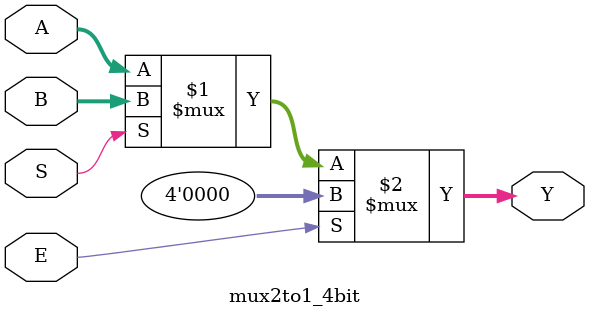
<source format=v>
`timescale 1ns / 1ps

module mux2to1_4bit (
   input [3:0] A, B, 
   input S,
   input E, 
   output [3:0] Y 
   );
	
   assign Y = (E) ? 4'b0000 : (S ? B : A);
 
endmodule

</source>
